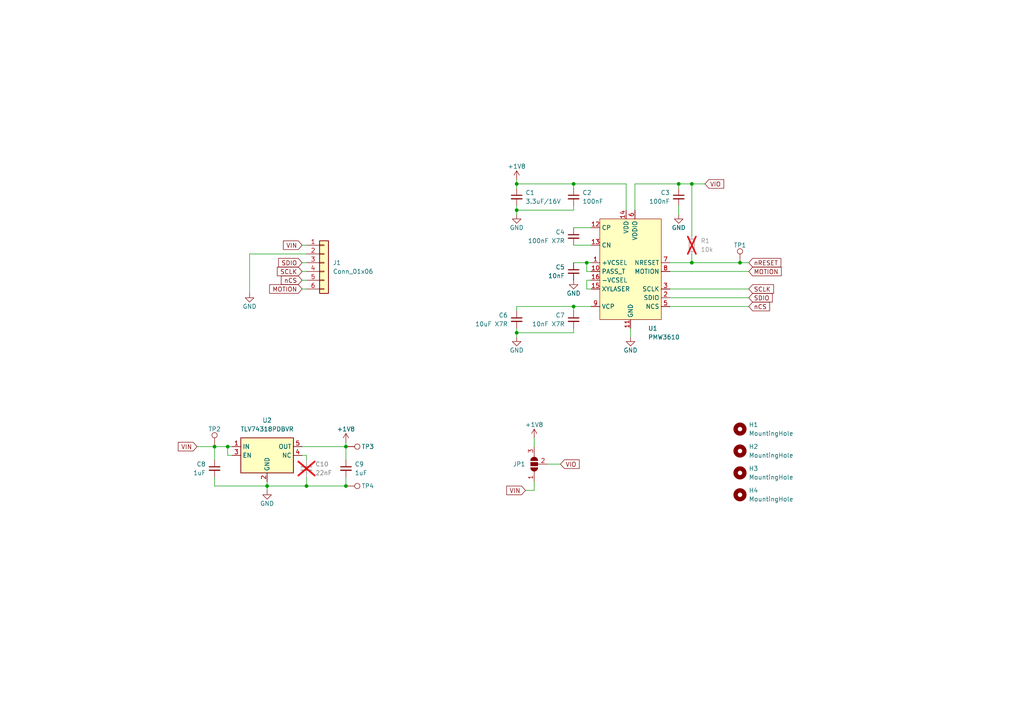
<source format=kicad_sch>
(kicad_sch (version 20230121) (generator eeschema)
  (paper "A4")
  (title_block (title "PMW3610 PCB") (rev "1.0") (company "SideraKB") (comment 1 "MIT License, Open Source Hardware") (comment 2 "PMW3610DM-SUDU laser mouse sensor breakout board"))
  (lib_symbols
    (symbol "Connector:TestPoint" (pin_numbers hide) (pin_names (offset 0.762) hide)
      (property "Reference" "TP" (at 0 6.858 0))
      (property "Value" "TestPoint" (at 0 5.08 0))
      (symbol "TestPoint_0_1"
        (circle (center 0 3.302) (radius 0.762))
      )
      (symbol "TestPoint_1_1"
        (pin passive line (at 0 0 90) (length 2.54) (name "1") (number "1"))
      )
    )
    (symbol "Connector_Generic:Conn_01x06" (pin_names (offset 1.016) hide)
      (property "Reference" "J" (at 0 7.62 0))
      (property "Value" "Conn_01x06" (at 0 -10.16 0))
      (symbol "Conn_01x06_1_1"
        (rectangle (start -1.27 -7.493) (end 0 -7.747) (stroke (width 0.1524)))
        (rectangle (start -1.27 -4.953) (end 0 -5.207) (stroke (width 0.1524)))
        (rectangle (start -1.27 -2.413) (end 0 -2.667) (stroke (width 0.1524)))
        (rectangle (start -1.27 0.127) (end 0 -0.127) (stroke (width 0.1524)))
        (rectangle (start -1.27 2.667) (end 0 2.413) (stroke (width 0.1524)))
        (rectangle (start -1.27 5.207) (end 0 4.953) (stroke (width 0.1524)))
        (rectangle (start -1.27 6.35) (end 1.27 -8.89) (stroke (width 0.254)) (fill (type background)))
        (pin passive line (at -5.08 5.08 0) (length 3.81) (name "Pin_1") (number "1"))
        (pin passive line (at -5.08 2.54 0) (length 3.81) (name "Pin_2") (number "2"))
        (pin passive line (at -5.08 0 0) (length 3.81) (name "Pin_3") (number "3"))
        (pin passive line (at -5.08 -2.54 0) (length 3.81) (name "Pin_4") (number "4"))
        (pin passive line (at -5.08 -5.08 0) (length 3.81) (name "Pin_5") (number "5"))
        (pin passive line (at -5.08 -7.62 0) (length 3.81) (name "Pin_6") (number "6"))
      )
    )
    (symbol "Device:C_Small" (pin_numbers hide) (pin_names (offset 0.254) hide)
      (property "Reference" "C" (at 0.254 1.778 0))
      (property "Value" "C_Small" (at 0.254 -2.032 0))
      (symbol "C_Small_0_1"
        (polyline (pts (xy -1.524 -0.508) (xy 1.524 -0.508)) (stroke (width 0.3302)))
        (polyline (pts (xy -1.524 0.508) (xy 1.524 0.508)) (stroke (width 0.3048)))
      )
      (symbol "C_Small_1_1"
        (pin passive line (at 0 2.54 270) (length 2.032) (name "~") (number "1"))
        (pin passive line (at 0 -2.54 90) (length 2.032) (name "~") (number "2"))
      )
    )
    (symbol "Device:R_Small" (pin_numbers hide) (pin_names (offset 0.254) hide)
      (property "Reference" "R" (at 0.762 0.508 0))
      (property "Value" "R_Small" (at 0.762 -1.016 0))
      (symbol "R_Small_0_1"
        (rectangle (start -0.762 1.778) (end 0.762 -1.778) (stroke (width 0.2032)))
      )
      (symbol "R_Small_1_1"
        (pin passive line (at 0 2.54 270) (length 0.762) (name "~") (number "1"))
        (pin passive line (at 0 -2.54 90) (length 0.762) (name "~") (number "2"))
      )
    )
    (symbol "Jumper:SolderJumper_3_Open" (pin_names (offset 0) hide)
      (property "Reference" "JP" (at -2.54 -2.54 0))
      (property "Value" "SolderJumper_3_Open" (at 0 2.794 0))
      (symbol "SolderJumper_3_Open_0_1"
        (arc (start -1.016 1.016) (mid -2.0276 0) (end -1.016 -1.016))
        (arc (start -1.016 1.016) (mid -2.0276 0) (end -1.016 -1.016) (fill (type outline)))
        (rectangle (start -0.508 1.016) (end 0.508 -1.016) (fill (type outline)))
        (polyline (pts (xy -2.54 0) (xy -2.032 0)))
        (polyline (pts (xy -1.016 1.016) (xy -1.016 -1.016)))
        (polyline (pts (xy 0 -1.27) (xy 0 -1.016)))
        (polyline (pts (xy 1.016 1.016) (xy 1.016 -1.016)))
        (polyline (pts (xy 2.54 0) (xy 2.032 0)))
        (arc (start 1.016 -1.016) (mid 2.0276 0) (end 1.016 1.016))
        (arc (start 1.016 -1.016) (mid 2.0276 0) (end 1.016 1.016) (fill (type outline)))
      )
      (symbol "SolderJumper_3_Open_1_1"
        (pin passive line (at -5.08 0 0) (length 2.54) (name "A") (number "1"))
        (pin passive line (at 0 -3.81 90) (length 2.54) (name "C") (number "2"))
        (pin passive line (at 5.08 0 180) (length 2.54) (name "B") (number "3"))
      )
    )
    (symbol "Mechanical:MountingHole" (pin_names (offset 1.016))
      (property "Reference" "H" (at 0 5.08 0))
      (property "Value" "MountingHole" (at 0 3.175 0))
      (symbol "MountingHole_0_1"
        (circle (center 0 0) (radius 1.27) (stroke (width 1.27)))
      )
    )
    (symbol "pmw3610_pcb:PMW3610DM-SUDU"
      (property "Reference" "U?" (at 7.62 -15.24 0))
      (property "Value" "PMW3610" (at 10.16 -17.78 0))
      (symbol "PMW3610DM-SUDU_0_1"
        (rectangle (start -8.89 15.24) (end 8.89 -13.97) (fill (type background)))
      )
      (symbol "PMW3610DM-SUDU_1_1"
        (pin input line (at -11.43 2.54 0) (length 2.54) (name "+VCSEL") (number "1"))
        (pin power_in line (at -11.43 0 0) (length 2.54) (name "PASS_T") (number "10"))
        (pin power_in line (at 0 -16.51 90) (length 2.54) (name "GND") (number "11"))
        (pin power_in line (at -11.43 12.7 0) (length 2.54) (name "CP") (number "12"))
        (pin power_in line (at -11.43 7.62 0) (length 2.54) (name "CN") (number "13"))
        (pin power_in line (at -1.27 17.78 270) (length 2.54) (name "VDD") (number "14"))
        (pin input line (at -11.43 -5.08 0) (length 2.54) (name "XYLASER") (number "15"))
        (pin input line (at -11.43 -2.54 0) (length 2.54) (name "-VCSEL") (number "16"))
        (pin bidirectional line (at 11.43 -7.62 180) (length 2.54) (name "SDIO") (number "2"))
        (pin input line (at 11.43 -5.08 180) (length 2.54) (name "SCLK") (number "3"))
        (pin no_connect line (at 2.54 -13.97 270) (length 2.54) hide (name "NC") (number "4"))
        (pin input line (at 11.43 -10.16 180) (length 2.54) (name "NCS") (number "5"))
        (pin power_in line (at 1.27 17.78 270) (length 2.54) (name "VDDIO") (number "6"))
        (pin input line (at 11.43 2.54 180) (length 2.54) (name "NRESET") (number "7"))
        (pin output line (at 11.43 0 180) (length 2.54) (name "MOTION") (number "8"))
        (pin power_in line (at -11.43 -10.16 0) (length 2.54) (name "VCP") (number "9"))
      )
    )
    (symbol "pmw3610_pcb:TLV74318PDBVR"
      (property "Reference" "U" (at 0 8.89 0))
      (property "Value" "TLV74318PDBVR" (at 0 6.35 0))
      (symbol "TLV74318PDBVR_0_1"
        (rectangle (start -7.62 5.08) (end 7.62 -5.08) (stroke (width 0.254)) (fill (type background)))
      )
      (symbol "TLV74318PDBVR_1_1"
        (pin power_in line (at -10.16 2.54 0) (length 2.54) (name "IN") (number "1"))
        (pin power_in line (at 0 -7.62 90) (length 2.54) (name "GND") (number "2"))
        (pin input line (at -10.16 0 0) (length 2.54) (name "EN") (number "3"))
        (pin output line (at 10.16 0 180) (length 2.54) (name "NC") (number "4"))
        (pin power_out line (at 10.16 2.54 180) (length 2.54) (name "OUT") (number "5"))
      )
    )
    (symbol "power:+1V8" (power) (pin_names (offset 0))
      (property "Value" "+1V8" (at 0 3.556 0))
      (symbol "+1V8_0_1"
        (polyline (pts (xy -0.762 1.27) (xy 0 2.54)))
        (polyline (pts (xy 0 0) (xy 0 2.54)))
        (polyline (pts (xy 0 2.54) (xy 0.762 1.27)))
      )
      (symbol "+1V8_1_1"
        (pin power_in line (at 0 0 90) (length 0) hide (name "+1V8") (number "1"))
      )
    )
    (symbol "power:GND" (power) (pin_names (offset 0))
      (property "Value" "GND" (at 0 -3.81 0))
      (symbol "GND_0_1"
        (polyline (pts (xy 0 0) (xy 0 -1.27) (xy 1.27 -1.27) (xy 0 -2.54) (xy -1.27 -1.27) (xy 0 -1.27)))
      )
      (symbol "GND_1_1"
        (pin power_in line (at 0 0 270) (length 0) hide (name "GND") (number "1"))
      )
    )
  )
  (junction (at 200.66 53.34))
  (junction (at 77.47 140.97))
  (junction (at 100.33 129.54))
  (junction (at 166.37 53.34))
  (junction (at 149.86 60.96))
  (junction (at 62.23 129.54))
  (junction (at 196.85 53.34))
  (junction (at 88.9 140.97))
  (junction (at 149.86 53.34))
  (junction (at 200.66 76.2))
  (junction (at 100.33 140.97))
  (junction (at 166.37 88.9))
  (junction (at 214.63 76.2))
  (junction (at 66.04 129.54))
  (junction (at 170.18 76.2))
  (junction (at 149.86 96.52))
  (wire (pts (xy 154.94 139.7) (xy 154.94 142.24)))
  (wire (pts (xy 166.37 66.04) (xy 171.45 66.04)))
  (wire (pts (xy 170.18 76.2) (xy 171.45 76.2)))
  (wire (pts (xy 77.47 139.7) (xy 77.47 140.97)))
  (wire (pts (xy 149.86 53.34) (xy 149.86 54.61)))
  (wire (pts (xy 77.47 140.97) (xy 88.9 140.97)))
  (wire (pts (xy 158.75 134.62) (xy 162.56 134.62)))
  (wire (pts (xy 88.9 138.43) (xy 88.9 140.97)))
  (wire (pts (xy 100.33 128.27) (xy 100.33 129.54)))
  (wire (pts (xy 170.18 83.82) (xy 170.18 81.28)))
  (wire (pts (xy 194.31 78.74) (xy 217.17 78.74)))
  (wire (pts (xy 200.66 76.2) (xy 214.63 76.2)))
  (wire (pts (xy 196.85 59.69) (xy 196.85 62.23)))
  (wire (pts (xy 170.18 81.28) (xy 171.45 81.28)))
  (wire (pts (xy 181.61 53.34) (xy 181.61 60.96)))
  (wire (pts (xy 77.47 140.97) (xy 77.47 142.24)))
  (wire (pts (xy 196.85 53.34) (xy 196.85 54.61)))
  (wire (pts (xy 62.23 138.43) (xy 62.23 140.97)))
  (wire (pts (xy 149.86 90.17) (xy 149.86 88.9)))
  (wire (pts (xy 57.15 129.54) (xy 62.23 129.54)))
  (wire (pts (xy 62.23 140.97) (xy 77.47 140.97)))
  (wire (pts (xy 154.94 127) (xy 154.94 129.54)))
  (wire (pts (xy 194.31 76.2) (xy 200.66 76.2)))
  (wire (pts (xy 149.86 60.96) (xy 149.86 59.69)))
  (wire (pts (xy 196.85 53.34) (xy 200.66 53.34)))
  (wire (pts (xy 66.04 129.54) (xy 62.23 129.54)))
  (wire (pts (xy 166.37 53.34) (xy 181.61 53.34)))
  (wire (pts (xy 184.15 53.34) (xy 184.15 60.96)))
  (wire (pts (xy 171.45 83.82) (xy 170.18 83.82)))
  (wire (pts (xy 217.17 86.36) (xy 194.31 86.36)))
  (wire (pts (xy 72.39 73.66) (xy 72.39 85.09)))
  (wire (pts (xy 149.86 97.79) (xy 149.86 96.52)))
  (wire (pts (xy 87.63 81.28) (xy 88.9 81.28)))
  (wire (pts (xy 87.63 78.74) (xy 88.9 78.74)))
  (wire (pts (xy 200.66 53.34) (xy 204.47 53.34)))
  (wire (pts (xy 149.86 88.9) (xy 166.37 88.9)))
  (wire (pts (xy 149.86 96.52) (xy 166.37 96.52)))
  (wire (pts (xy 166.37 53.34) (xy 166.37 54.61)))
  (wire (pts (xy 217.17 88.9) (xy 194.31 88.9)))
  (wire (pts (xy 149.86 52.07) (xy 149.86 53.34)))
  (wire (pts (xy 100.33 133.35) (xy 100.33 129.54)))
  (wire (pts (xy 88.9 140.97) (xy 100.33 140.97)))
  (wire (pts (xy 170.18 78.74) (xy 170.18 76.2)))
  (wire (pts (xy 171.45 78.74) (xy 170.18 78.74)))
  (wire (pts (xy 166.37 96.52) (xy 166.37 95.25)))
  (wire (pts (xy 67.31 132.08) (xy 66.04 132.08)))
  (wire (pts (xy 149.86 62.23) (xy 149.86 60.96)))
  (wire (pts (xy 87.63 71.12) (xy 88.9 71.12)))
  (wire (pts (xy 149.86 96.52) (xy 149.86 95.25)))
  (wire (pts (xy 166.37 90.17) (xy 166.37 88.9)))
  (wire (pts (xy 88.9 132.08) (xy 87.63 132.08)))
  (wire (pts (xy 62.23 129.54) (xy 62.23 133.35)))
  (wire (pts (xy 149.86 53.34) (xy 166.37 53.34)))
  (wire (pts (xy 87.63 83.82) (xy 88.9 83.82)))
  (wire (pts (xy 149.86 60.96) (xy 166.37 60.96)))
  (wire (pts (xy 152.4 142.24) (xy 154.94 142.24)))
  (wire (pts (xy 217.17 83.82) (xy 194.31 83.82)))
  (wire (pts (xy 166.37 71.12) (xy 171.45 71.12)))
  (wire (pts (xy 88.9 133.35) (xy 88.9 132.08)))
  (wire (pts (xy 87.63 76.2) (xy 88.9 76.2)))
  (wire (pts (xy 184.15 53.34) (xy 196.85 53.34)))
  (wire (pts (xy 166.37 60.96) (xy 166.37 59.69)))
  (wire (pts (xy 200.66 76.2) (xy 200.66 73.66)))
  (wire (pts (xy 200.66 53.34) (xy 200.66 68.58)))
  (wire (pts (xy 67.31 129.54) (xy 66.04 129.54)))
  (wire (pts (xy 88.9 73.66) (xy 72.39 73.66)))
  (wire (pts (xy 166.37 76.2) (xy 170.18 76.2)))
  (wire (pts (xy 166.37 88.9) (xy 171.45 88.9)))
  (wire (pts (xy 87.63 129.54) (xy 100.33 129.54)))
  (wire (pts (xy 182.88 97.79) (xy 182.88 95.25)))
  (wire (pts (xy 66.04 129.54) (xy 66.04 132.08)))
  (wire (pts (xy 100.33 138.43) (xy 100.33 140.97)))
  (wire (pts (xy 214.63 76.2) (xy 217.17 76.2)))
  (global_label "MOTION" (shape input) (at 217.17 78.74 0) (property "Intersheetrefs" "${INTERSHEET_REFS}" (effects hide)))
  (global_label "VIO" (shape input) (at 162.56 134.62 0) (property "Intersheetrefs" "${INTERSHEET_REFS}" (effects hide)))
  (global_label "nRESET" (shape input) (at 217.17 76.2 0) (property "Intersheetrefs" "${INTERSHEET_REFS}" (effects hide)))
  (global_label "VIO" (shape input) (at 204.47 53.34 0) (property "Intersheetrefs" "${INTERSHEET_REFS}" (effects hide)))
  (global_label "SCLK" (shape input) (at 217.17 83.82 0) (property "Intersheetrefs" "${INTERSHEET_REFS}" (effects hide)))
  (global_label "nCS" (shape input) (at 217.17 88.9 0) (property "Intersheetrefs" "${INTERSHEET_REFS}" (effects hide)))
  (global_label "SDIO" (shape input) (at 87.63 76.2 180) (property "Intersheetrefs" "${INTERSHEET_REFS}" (effects hide)))
  (global_label "SDIO" (shape input) (at 217.17 86.36 0) (property "Intersheetrefs" "${INTERSHEET_REFS}" (effects hide)))
  (global_label "MOTION" (shape input) (at 87.63 83.82 180) (property "Intersheetrefs" "${INTERSHEET_REFS}" (effects hide)))
  (global_label "SCLK" (shape input) (at 87.63 78.74 180) (property "Intersheetrefs" "${INTERSHEET_REFS}" (effects hide)))
  (global_label "VIN" (shape input) (at 57.15 129.54 180) (property "Intersheetrefs" "${INTERSHEET_REFS}" (effects hide)))
  (global_label "VIN" (shape input) (at 152.4 142.24 180) (property "Intersheetrefs" "${INTERSHEET_REFS}" (effects hide)))
  (global_label "nCS" (shape input) (at 87.63 81.28 180) (property "Intersheetrefs" "${INTERSHEET_REFS}" (effects hide)))
  (global_label "VIN" (shape input) (at 87.63 71.12 180) (property "Intersheetrefs" "${INTERSHEET_REFS}" (effects hide)))
  (symbol (lib_id "Jumper:SolderJumper_3_Open") (at 154.94 134.62 90) (unit 1)
    (property "Reference" "JP1" (at 152.4 134.62 90) (effects (justify left)))
    (property "Value" "SolderJumper_3_Open" (effects hide))
    (property "Footprint" "Jumper:SolderJumper-3_P1.3mm_Open_RoundedPad1.0x1.5mm_NumberLabels" (effects hide))
  )
  (symbol (lib_id "pmw3610_pcb:PMW3610DM-SUDU") (at 182.88 78.74 0) (unit 1)
    (property "Reference" "U1" (at 187.96 95.25 0) (effects (justify left)))
    (property "Value" "PMW3610" (at 187.96 97.79 0) (effects (justify left)))
    (property "Footprint" "pmw3610_pcb:PMW3610DM-SUDU 16Pin" (effects hide))
  )
  (symbol (lib_id "Mechanical:MountingHole") (at 214.63 124.46 0) (unit 1)
    (property "Reference" "H1" (at 217.17 123.19 0) (effects (justify left)))
    (property "Value" "MountingHole" (at 217.17 125.73 0) (effects (justify left)))
    (property "Footprint" "MountingHole:MountingHole_3.2mm_M3_ISO14580" (effects hide))
  )
  (symbol (lib_id "Device:C_Small") (at 62.23 135.89 0) (mirror y) (unit 1)
    (property "Reference" "C8" (at 59.69 134.6263 0) (effects (justify left)))
    (property "Value" "1uF" (at 59.69 137.1663 0) (effects (justify left)))
    (property "Footprint" "Capacitor_SMD:C_0603_1608Metric" (effects hide))
  )
  (symbol (lib_id "power:GND") (at 182.88 97.79 0) (unit 1)
    (property "Reference" "#PWR07" (effects hide))
    (property "Value" "GND" (at 182.88 101.6 0))
  )
  (symbol (lib_id "Mechanical:MountingHole") (at 214.63 137.16 0) (unit 1)
    (property "Reference" "H3" (at 217.17 135.89 0) (effects (justify left)))
    (property "Value" "MountingHole" (at 217.17 138.43 0) (effects (justify left)))
    (property "Footprint" "MountingHole:MountingHole_3.2mm_M3_ISO14580" (effects hide))
  )
  (symbol (lib_id "Device:C_Small") (at 100.33 135.89 0) (unit 1)
    (property "Reference" "C9" (at 102.87 134.6263 0) (effects (justify left)))
    (property "Value" "1uF" (at 102.87 137.1663 0) (effects (justify left)))
    (property "Footprint" "Capacitor_SMD:C_0603_1608Metric" (effects hide))
  )
  (symbol (lib_id "Device:C_Small") (at 166.37 57.15 0) (unit 1)
    (property "Reference" "C2" (at 168.91 55.8863 0) (effects (justify left)))
    (property "Value" "100nF" (at 168.91 58.4263 0) (effects (justify left)))
    (property "Footprint" "Capacitor_SMD:C_0603_1608Metric" (effects hide))
  )
  (symbol (lib_id "Device:C_Small") (at 166.37 68.58 0) (mirror y) (unit 1)
    (property "Reference" "C4" (at 163.83 67.3163 0) (effects (justify left)))
    (property "Value" "100nF X7R" (at 163.83 69.8563 0) (effects (justify left)))
    (property "Footprint" "Capacitor_SMD:C_0603_1608Metric" (effects hide))
  )
  (symbol (lib_id "Connector:TestPoint") (at 100.33 140.97 270) (unit 1)
    (property "Reference" "TP4" (at 106.68 140.97 90))
    (property "Value" "TestPoint" (effects hide))
    (property "Footprint" "TestPoint:TestPoint_Pad_D1.5mm" (effects hide))
  )
  (symbol (lib_id "power:GND") (at 77.47 142.24 0) (unit 1)
    (property "Reference" "#PWR010" (effects hide))
    (property "Value" "GND" (at 77.47 146.05 0))
  )
  (symbol (lib_id "Device:C_Small") (at 149.86 92.71 0) (mirror y) (unit 1)
    (property "Reference" "C6" (at 147.32 91.4463 0) (effects (justify left)))
    (property "Value" "10uF X7R" (at 147.32 93.9863 0) (effects (justify left)))
    (property "Footprint" "Capacitor_SMD:C_0603_1608Metric" (effects hide))
  )
  (symbol (lib_id "Connector_Generic:Conn_01x06") (at 93.98 76.2 0) (unit 1)
    (property "Reference" "J1" (at 96.52 76.2 0) (effects (justify left)))
    (property "Value" "Conn_01x06" (at 96.52 78.74 0) (effects (justify left)))
    (property "Footprint" "Connector_PinHeader_2.54mm:PinHeader_1x06_P2.54mm_Vertical" (effects hide))
  )
  (symbol (lib_id "power:GND") (at 72.39 85.09 0) (unit 1)
    (property "Reference" "#PWR05" (effects hide))
    (property "Value" "GND" (at 72.39 88.9 0))
  )
  (symbol (lib_id "power:+1V8") (at 100.33 128.27 0) (unit 1)
    (property "Reference" "#PWR09" (effects hide))
    (property "Value" "+1V8" (at 100.33 124.46 0))
  )
  (symbol (lib_id "power:GND") (at 149.86 97.79 0) (unit 1)
    (property "Reference" "#PWR06" (effects hide))
    (property "Value" "GND" (at 149.86 101.6 0))
  )
  (symbol (lib_id "Device:C_Small") (at 196.85 57.15 0) (mirror y) (unit 1)
    (property "Reference" "C3" (at 194.31 55.8863 0) (effects (justify left)))
    (property "Value" "100nF" (at 194.31 58.4263 0) (effects (justify left)))
    (property "Footprint" "Capacitor_SMD:C_0603_1608Metric" (effects hide))
  )
  (symbol (lib_id "Connector:TestPoint") (at 62.23 129.54 0) (unit 1)
    (property "Reference" "TP2" (at 62.23 124.46 0))
    (property "Value" "TestPoint" (effects hide))
    (property "Footprint" "TestPoint:TestPoint_Pad_D1.5mm" (effects hide))
  )
  (symbol (lib_id "pmw3610_pcb:TLV74318PDBVR") (at 77.47 132.08 0) (unit 1)
    (property "Reference" "U2" (at 77.47 121.92 0))
    (property "Value" "TLV74318PDBVR" (at 77.47 124.46 0))
    (property "Footprint" "Package_TO_SOT_SMD:SOT-23-5_HandSoldering" (effects hide))
  )
  (symbol (lib_id "power:+1V8") (at 154.94 127 0) (unit 1)
    (property "Reference" "#PWR08" (effects hide))
    (property "Value" "+1V8" (at 154.94 123.19 0))
  )
  (symbol (lib_id "Connector:TestPoint") (at 214.63 76.2 0) (unit 1)
    (property "Reference" "TP1" (at 214.63 71.12 0))
    (property "Value" "TestPoint" (effects hide))
    (property "Footprint" "TestPoint:TestPoint_Pad_D1.5mm" (effects hide))
  )
  (symbol (lib_id "power:GND") (at 166.37 81.28 0) (unit 1)
    (property "Reference" "#PWR04" (effects hide))
    (property "Value" "GND" (at 166.37 85.09 0))
  )
  (symbol (lib_id "Device:C_Small") (at 166.37 92.71 0) (mirror y) (unit 1)
    (property "Reference" "C7" (at 163.83 91.4463 0) (effects (justify left)))
    (property "Value" "10nF X7R" (at 163.83 93.9863 0) (effects (justify left)))
    (property "Footprint" "Capacitor_SMD:C_0603_1608Metric" (effects hide))
  )
  (symbol (lib_id "Connector:TestPoint") (at 100.33 129.54 270) (unit 1)
    (property "Reference" "TP3" (at 106.68 129.54 90))
    (property "Value" "TestPoint" (effects hide))
    (property "Footprint" "TestPoint:TestPoint_Pad_D1.5mm" (effects hide))
  )
  (symbol (lib_id "Device:C_Small") (at 149.86 57.15 0) (unit 1)
    (property "Reference" "C1" (at 152.4 55.8863 0) (effects (justify left)))
    (property "Value" "3.3uF/16V" (at 152.4 58.4263 0) (effects (justify left)))
    (property "Footprint" "Capacitor_SMD:C_0603_1608Metric" (effects hide))
  )
  (symbol (lib_id "Device:C_Small") (at 88.9 135.89 0) (unit 1) (dnp yes)
    (property "Reference" "C10" (at 91.44 134.6263 0) (effects (justify left)))
    (property "Value" "22nF" (at 91.44 137.1663 0) (effects (justify left)))
    (property "Footprint" "Capacitor_SMD:C_0603_1608Metric" (effects hide))
  )
  (symbol (lib_id "Mechanical:MountingHole") (at 214.63 143.51 0) (unit 1)
    (property "Reference" "H4" (at 217.17 142.24 0) (effects (justify left)))
    (property "Value" "MountingHole" (at 217.17 144.78 0) (effects (justify left)))
    (property "Footprint" "MountingHole:MountingHole_3.2mm_M3_ISO14580" (effects hide))
  )
  (symbol (lib_id "power:+1V8") (at 149.86 52.07 0) (unit 1)
    (property "Reference" "#PWR01" (effects hide))
    (property "Value" "+1V8" (at 149.86 48.26 0))
  )
  (symbol (lib_id "Mechanical:MountingHole") (at 214.63 130.81 0) (unit 1)
    (property "Reference" "H2" (at 217.17 129.54 0) (effects (justify left)))
    (property "Value" "MountingHole" (at 217.17 132.08 0) (effects (justify left)))
    (property "Footprint" "MountingHole:MountingHole_3.2mm_M3_ISO14580" (effects hide))
  )
  (symbol (lib_id "Device:R_Small") (at 200.66 71.12 0) (unit 1) (dnp yes)
    (property "Reference" "R1" (at 203.2 69.85 0) (effects (justify left)))
    (property "Value" "10k" (at 203.2 72.39 0) (effects (justify left)))
    (property "Footprint" "Resistor_SMD:R_0603_1608Metric" (effects hide))
  )
  (symbol (lib_id "Device:C_Small") (at 166.37 78.74 0) (mirror y) (unit 1)
    (property "Reference" "C5" (at 163.83 77.4763 0) (effects (justify left)))
    (property "Value" "10nF" (at 163.83 80.0163 0) (effects (justify left)))
    (property "Footprint" "Capacitor_SMD:C_0603_1608Metric" (effects hide))
  )
  (symbol (lib_id "power:GND") (at 196.85 62.23 0) (unit 1)
    (property "Reference" "#PWR03" (effects hide))
    (property "Value" "GND" (at 196.85 66.04 0))
  )
  (symbol (lib_id "power:GND") (at 149.86 62.23 0) (unit 1)
    (property "Reference" "#PWR02" (effects hide))
    (property "Value" "GND" (at 149.86 66.04 0))
  )
)
</source>
